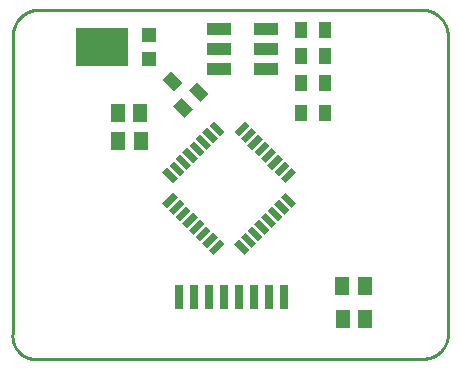
<source format=gtp>
G75*
%MOIN*%
%OFA0B0*%
%FSLAX25Y25*%
%IPPOS*%
%LPD*%
%AMOC8*
5,1,8,0,0,1.08239X$1,22.5*
%
%ADD10C,0.01000*%
%ADD11R,0.03937X0.05512*%
%ADD12R,0.05118X0.05906*%
%ADD13R,0.05000X0.02200*%
%ADD14R,0.02200X0.05000*%
%ADD15R,0.07874X0.04331*%
%ADD16R,0.02992X0.08071*%
%ADD17R,0.04331X0.05512*%
%ADD18R,0.04724X0.04724*%
%ADD19R,0.17717X0.12598*%
D10*
X0007860Y0046945D02*
X0139110Y0046945D01*
X0139110Y0046944D02*
X0139308Y0046963D01*
X0139504Y0046986D01*
X0139700Y0047014D01*
X0139896Y0047047D01*
X0140090Y0047085D01*
X0140284Y0047127D01*
X0140476Y0047174D01*
X0140667Y0047225D01*
X0140857Y0047281D01*
X0141046Y0047342D01*
X0141233Y0047407D01*
X0141418Y0047477D01*
X0141602Y0047551D01*
X0141784Y0047630D01*
X0141964Y0047713D01*
X0142142Y0047800D01*
X0142317Y0047891D01*
X0142491Y0047987D01*
X0142662Y0048087D01*
X0142830Y0048191D01*
X0142996Y0048299D01*
X0143160Y0048411D01*
X0143320Y0048527D01*
X0143478Y0048647D01*
X0143633Y0048771D01*
X0143784Y0048898D01*
X0143933Y0049029D01*
X0144079Y0049163D01*
X0144221Y0049301D01*
X0144359Y0049443D01*
X0144495Y0049587D01*
X0144627Y0049735D01*
X0144755Y0049886D01*
X0144879Y0050040D01*
X0145000Y0050198D01*
X0145117Y0050357D01*
X0145230Y0050520D01*
X0145339Y0050686D01*
X0145444Y0050853D01*
X0145545Y0051024D01*
X0145641Y0051197D01*
X0145734Y0051372D01*
X0145822Y0051549D01*
X0145906Y0051729D01*
X0145986Y0051910D01*
X0146061Y0052093D01*
X0146132Y0052278D01*
X0146198Y0052465D01*
X0146260Y0052653D01*
X0146317Y0052843D01*
X0146370Y0053034D01*
X0146418Y0053226D01*
X0146461Y0053419D01*
X0146500Y0053614D01*
X0146533Y0053809D01*
X0146563Y0054005D01*
X0146587Y0054201D01*
X0146607Y0054398D01*
X0146622Y0054596D01*
X0146632Y0054794D01*
X0146637Y0054992D01*
X0146638Y0055190D01*
X0146633Y0055388D01*
X0146624Y0055586D01*
X0146611Y0055783D01*
X0146610Y0055783D02*
X0146610Y0154533D01*
X0146607Y0154744D01*
X0146600Y0154956D01*
X0146587Y0155167D01*
X0146569Y0155377D01*
X0146546Y0155588D01*
X0146518Y0155797D01*
X0146485Y0156006D01*
X0146447Y0156214D01*
X0146404Y0156421D01*
X0146356Y0156627D01*
X0146303Y0156832D01*
X0146245Y0157035D01*
X0146182Y0157237D01*
X0146114Y0157437D01*
X0146041Y0157636D01*
X0145964Y0157833D01*
X0145882Y0158027D01*
X0145795Y0158220D01*
X0145704Y0158411D01*
X0145608Y0158599D01*
X0145507Y0158785D01*
X0145402Y0158969D01*
X0145293Y0159150D01*
X0145179Y0159328D01*
X0145061Y0159504D01*
X0144939Y0159676D01*
X0144813Y0159846D01*
X0144682Y0160012D01*
X0144548Y0160175D01*
X0144409Y0160335D01*
X0144267Y0160492D01*
X0144121Y0160645D01*
X0143972Y0160794D01*
X0143819Y0160940D01*
X0143662Y0161082D01*
X0143502Y0161221D01*
X0143339Y0161355D01*
X0143173Y0161486D01*
X0143003Y0161612D01*
X0142831Y0161734D01*
X0142655Y0161852D01*
X0142477Y0161966D01*
X0142296Y0162075D01*
X0142112Y0162180D01*
X0141926Y0162281D01*
X0141738Y0162377D01*
X0141547Y0162468D01*
X0141354Y0162555D01*
X0141160Y0162637D01*
X0140963Y0162714D01*
X0140764Y0162787D01*
X0140564Y0162855D01*
X0140362Y0162918D01*
X0140159Y0162976D01*
X0139954Y0163029D01*
X0139748Y0163077D01*
X0139541Y0163120D01*
X0139333Y0163158D01*
X0139124Y0163191D01*
X0138915Y0163219D01*
X0138704Y0163242D01*
X0138494Y0163260D01*
X0138283Y0163273D01*
X0138071Y0163280D01*
X0137860Y0163283D01*
X0010360Y0163283D01*
X0010149Y0163280D01*
X0009937Y0163273D01*
X0009726Y0163260D01*
X0009516Y0163242D01*
X0009305Y0163219D01*
X0009096Y0163191D01*
X0008887Y0163158D01*
X0008679Y0163120D01*
X0008472Y0163077D01*
X0008266Y0163029D01*
X0008061Y0162976D01*
X0007858Y0162918D01*
X0007656Y0162855D01*
X0007456Y0162787D01*
X0007257Y0162714D01*
X0007060Y0162637D01*
X0006866Y0162555D01*
X0006673Y0162468D01*
X0006482Y0162377D01*
X0006294Y0162281D01*
X0006108Y0162180D01*
X0005924Y0162075D01*
X0005743Y0161966D01*
X0005565Y0161852D01*
X0005389Y0161734D01*
X0005217Y0161612D01*
X0005047Y0161486D01*
X0004881Y0161355D01*
X0004718Y0161221D01*
X0004558Y0161082D01*
X0004401Y0160940D01*
X0004248Y0160794D01*
X0004099Y0160645D01*
X0003953Y0160492D01*
X0003811Y0160335D01*
X0003672Y0160175D01*
X0003538Y0160012D01*
X0003407Y0159846D01*
X0003281Y0159676D01*
X0003159Y0159504D01*
X0003041Y0159328D01*
X0002927Y0159150D01*
X0002818Y0158969D01*
X0002713Y0158785D01*
X0002612Y0158599D01*
X0002516Y0158411D01*
X0002425Y0158220D01*
X0002338Y0158027D01*
X0002256Y0157833D01*
X0002179Y0157636D01*
X0002106Y0157437D01*
X0002038Y0157237D01*
X0001975Y0157035D01*
X0001917Y0156832D01*
X0001864Y0156627D01*
X0001816Y0156421D01*
X0001773Y0156214D01*
X0001735Y0156006D01*
X0001702Y0155797D01*
X0001674Y0155588D01*
X0001651Y0155377D01*
X0001633Y0155167D01*
X0001620Y0154956D01*
X0001613Y0154744D01*
X0001610Y0154533D01*
X0001610Y0055783D01*
X0001581Y0055601D01*
X0001557Y0055417D01*
X0001536Y0055233D01*
X0001521Y0055049D01*
X0001509Y0054865D01*
X0001502Y0054680D01*
X0001500Y0054495D01*
X0001502Y0054310D01*
X0001509Y0054125D01*
X0001520Y0053940D01*
X0001535Y0053756D01*
X0001555Y0053572D01*
X0001580Y0053389D01*
X0001608Y0053206D01*
X0001642Y0053024D01*
X0001679Y0052843D01*
X0001721Y0052663D01*
X0001767Y0052483D01*
X0001818Y0052306D01*
X0001873Y0052129D01*
X0001932Y0051954D01*
X0001995Y0051780D01*
X0002063Y0051608D01*
X0002135Y0051437D01*
X0002210Y0051268D01*
X0002290Y0051101D01*
X0002374Y0050937D01*
X0002462Y0050774D01*
X0002554Y0050613D01*
X0002649Y0050455D01*
X0002749Y0050299D01*
X0002852Y0050145D01*
X0002959Y0049994D01*
X0003069Y0049846D01*
X0003183Y0049700D01*
X0003301Y0049557D01*
X0003421Y0049417D01*
X0003546Y0049280D01*
X0003673Y0049146D01*
X0003804Y0049015D01*
X0003938Y0048887D01*
X0004075Y0048763D01*
X0004214Y0048642D01*
X0004357Y0048524D01*
X0004503Y0048410D01*
X0004651Y0048299D01*
X0004802Y0048192D01*
X0004955Y0048089D01*
X0005111Y0047989D01*
X0005269Y0047894D01*
X0005430Y0047802D01*
X0005593Y0047713D01*
X0005757Y0047629D01*
X0005924Y0047549D01*
X0006093Y0047473D01*
X0006263Y0047401D01*
X0006435Y0047333D01*
X0006609Y0047270D01*
X0006784Y0047210D01*
X0006961Y0047155D01*
X0007138Y0047104D01*
X0007318Y0047058D01*
X0007498Y0047016D01*
X0007679Y0046978D01*
X0007861Y0046944D01*
D11*
G36*
X0061661Y0130049D02*
X0058878Y0127266D01*
X0054981Y0131163D01*
X0057764Y0133946D01*
X0061661Y0130049D01*
G37*
G36*
X0066951Y0135338D02*
X0064168Y0132555D01*
X0060271Y0136452D01*
X0063054Y0139235D01*
X0066951Y0135338D01*
G37*
G36*
X0058182Y0138818D02*
X0055399Y0136035D01*
X0051502Y0139932D01*
X0054285Y0142715D01*
X0058182Y0138818D01*
G37*
D12*
X0044071Y0128831D03*
X0036591Y0128831D03*
X0036746Y0119461D03*
X0044226Y0119461D03*
X0111425Y0071065D03*
X0118905Y0071065D03*
X0119094Y0060073D03*
X0111613Y0060073D03*
D13*
G36*
X0083359Y0086047D02*
X0079825Y0089581D01*
X0081381Y0091137D01*
X0084915Y0087603D01*
X0083359Y0086047D01*
G37*
G36*
X0081132Y0083820D02*
X0077598Y0087354D01*
X0079154Y0088910D01*
X0082688Y0085376D01*
X0081132Y0083820D01*
G37*
G36*
X0078904Y0081593D02*
X0075370Y0085127D01*
X0076926Y0086683D01*
X0080460Y0083149D01*
X0078904Y0081593D01*
G37*
G36*
X0085586Y0088274D02*
X0082052Y0091808D01*
X0083608Y0093364D01*
X0087142Y0089830D01*
X0085586Y0088274D01*
G37*
G36*
X0087813Y0090502D02*
X0084279Y0094036D01*
X0085835Y0095592D01*
X0089369Y0092058D01*
X0087813Y0090502D01*
G37*
G36*
X0090040Y0092729D02*
X0086506Y0096263D01*
X0088062Y0097819D01*
X0091596Y0094285D01*
X0090040Y0092729D01*
G37*
G36*
X0092267Y0094956D02*
X0088733Y0098490D01*
X0090289Y0100046D01*
X0093823Y0096512D01*
X0092267Y0094956D01*
G37*
G36*
X0094494Y0097183D02*
X0090960Y0100717D01*
X0092516Y0102273D01*
X0096050Y0098739D01*
X0094494Y0097183D01*
G37*
G36*
X0070594Y0121083D02*
X0067060Y0124617D01*
X0068616Y0126173D01*
X0072150Y0122639D01*
X0070594Y0121083D01*
G37*
G36*
X0068367Y0118856D02*
X0064833Y0122390D01*
X0066389Y0123946D01*
X0069923Y0120412D01*
X0068367Y0118856D01*
G37*
G36*
X0066140Y0116629D02*
X0062606Y0120163D01*
X0064162Y0121719D01*
X0067696Y0118185D01*
X0066140Y0116629D01*
G37*
G36*
X0063913Y0114402D02*
X0060379Y0117936D01*
X0061935Y0119492D01*
X0065469Y0115958D01*
X0063913Y0114402D01*
G37*
G36*
X0061686Y0112175D02*
X0058152Y0115709D01*
X0059708Y0117265D01*
X0063242Y0113731D01*
X0061686Y0112175D01*
G37*
G36*
X0059458Y0109948D02*
X0055924Y0113482D01*
X0057480Y0115038D01*
X0061014Y0111504D01*
X0059458Y0109948D01*
G37*
G36*
X0057231Y0107720D02*
X0053697Y0111254D01*
X0055253Y0112810D01*
X0058787Y0109276D01*
X0057231Y0107720D01*
G37*
G36*
X0055004Y0105493D02*
X0051470Y0109027D01*
X0053026Y0110583D01*
X0056560Y0107049D01*
X0055004Y0105493D01*
G37*
D14*
G36*
X0053026Y0097183D02*
X0051470Y0098739D01*
X0055004Y0102273D01*
X0056560Y0100717D01*
X0053026Y0097183D01*
G37*
G36*
X0055253Y0094956D02*
X0053697Y0096512D01*
X0057231Y0100046D01*
X0058787Y0098490D01*
X0055253Y0094956D01*
G37*
G36*
X0057480Y0092729D02*
X0055924Y0094285D01*
X0059458Y0097819D01*
X0061014Y0096263D01*
X0057480Y0092729D01*
G37*
G36*
X0059708Y0090502D02*
X0058152Y0092058D01*
X0061686Y0095592D01*
X0063242Y0094036D01*
X0059708Y0090502D01*
G37*
G36*
X0061935Y0088274D02*
X0060379Y0089830D01*
X0063913Y0093364D01*
X0065469Y0091808D01*
X0061935Y0088274D01*
G37*
G36*
X0064162Y0086047D02*
X0062606Y0087603D01*
X0066140Y0091137D01*
X0067696Y0089581D01*
X0064162Y0086047D01*
G37*
G36*
X0066389Y0083820D02*
X0064833Y0085376D01*
X0068367Y0088910D01*
X0069923Y0087354D01*
X0066389Y0083820D01*
G37*
G36*
X0068616Y0081593D02*
X0067060Y0083149D01*
X0070594Y0086683D01*
X0072150Y0085127D01*
X0068616Y0081593D01*
G37*
G36*
X0092516Y0105493D02*
X0090960Y0107049D01*
X0094494Y0110583D01*
X0096050Y0109027D01*
X0092516Y0105493D01*
G37*
G36*
X0090289Y0107720D02*
X0088733Y0109276D01*
X0092267Y0112810D01*
X0093823Y0111254D01*
X0090289Y0107720D01*
G37*
G36*
X0088062Y0109948D02*
X0086506Y0111504D01*
X0090040Y0115038D01*
X0091596Y0113482D01*
X0088062Y0109948D01*
G37*
G36*
X0085835Y0112175D02*
X0084279Y0113731D01*
X0087813Y0117265D01*
X0089369Y0115709D01*
X0085835Y0112175D01*
G37*
G36*
X0083608Y0114402D02*
X0082052Y0115958D01*
X0085586Y0119492D01*
X0087142Y0117936D01*
X0083608Y0114402D01*
G37*
G36*
X0081381Y0116629D02*
X0079825Y0118185D01*
X0083359Y0121719D01*
X0084915Y0120163D01*
X0081381Y0116629D01*
G37*
G36*
X0079154Y0118856D02*
X0077598Y0120412D01*
X0081132Y0123946D01*
X0082688Y0122390D01*
X0079154Y0118856D01*
G37*
G36*
X0076926Y0121083D02*
X0075370Y0122639D01*
X0078904Y0126173D01*
X0080460Y0124617D01*
X0076926Y0121083D01*
G37*
D15*
X0070336Y0143490D03*
X0070336Y0150183D03*
X0070336Y0156876D03*
X0086084Y0156876D03*
X0086084Y0150183D03*
X0086084Y0143490D03*
D16*
X0087083Y0067392D03*
X0092083Y0067392D03*
X0082083Y0067392D03*
X0077083Y0067392D03*
X0072083Y0067392D03*
X0067083Y0067392D03*
X0062083Y0067392D03*
X0057083Y0067392D03*
D17*
X0097698Y0128778D03*
X0105572Y0128778D03*
X0105572Y0138933D03*
X0097698Y0138933D03*
X0097698Y0147683D03*
X0105572Y0147683D03*
X0105572Y0156433D03*
X0097698Y0156433D03*
D18*
X0046985Y0154863D03*
X0046985Y0146989D03*
D19*
X0031237Y0150926D03*
M02*

</source>
